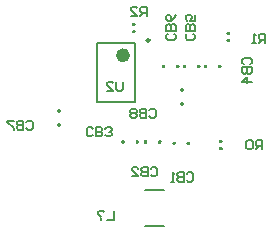
<source format=gbo>
G04 Layer_Color=32896*
%FSLAX25Y25*%
%MOIN*%
G70*
G01*
G75*
%ADD23C,0.01181*%
%ADD24C,0.00984*%
%ADD25C,0.02362*%
%ADD26C,0.00787*%
%ADD27C,0.00591*%
D23*
X80256Y74842D02*
G03*
X80248Y74819I32J-23D01*
G01*
X80216Y77204D02*
G03*
X80209Y77181I32J-23D01*
G01*
X80216Y77204D02*
G03*
X80209Y77181I32J-23D01*
G01*
X77759Y38842D02*
G03*
X77752Y38819I32J-23D01*
G01*
X77720Y41204D02*
G03*
X77713Y41181I32J-23D01*
G01*
X77720Y41204D02*
G03*
X77713Y41181I32J-23D01*
G01*
X48744Y80158D02*
G03*
X48752Y80181I-32J23D01*
G01*
X48784Y77796D02*
G03*
X48791Y77819I-32J23D01*
G01*
X48784Y77796D02*
G03*
X48791Y77819I-32J23D01*
G01*
X23799Y46638D02*
G03*
X23799Y46638I-39J0D01*
G01*
Y51362D02*
G03*
X23799Y51362I-39J0D01*
G01*
X63402Y66240D02*
G03*
X63402Y66240I-39J0D01*
G01*
X58677D02*
G03*
X58677Y66240I-39J0D01*
G01*
X70402D02*
G03*
X70402Y66240I-39J0D01*
G01*
X65677D02*
G03*
X65677Y66240I-39J0D01*
G01*
X49902Y41000D02*
G03*
X49902Y41000I-39J0D01*
G01*
X45177D02*
G03*
X45177Y41000I-39J0D01*
G01*
X57402D02*
G03*
X57402Y41000I-39J0D01*
G01*
X52677D02*
G03*
X52677Y41000I-39J0D01*
G01*
X66902Y40500D02*
G03*
X66902Y40500I-39J0D01*
G01*
X62177D02*
G03*
X62177Y40500I-39J0D01*
G01*
X64799Y53638D02*
G03*
X64799Y53638I-39J0D01*
G01*
Y58362D02*
G03*
X64799Y58362I-39J0D01*
G01*
X77402Y66240D02*
G03*
X77402Y66240I-39J0D01*
G01*
X72677D02*
G03*
X72677Y66240I-39J0D01*
G01*
D24*
X53992Y74847D02*
G03*
X53992Y74847I-492J0D01*
G01*
D25*
X46315Y69906D02*
G03*
X46315Y69906I-1181J0D01*
G01*
D26*
X52370Y12898D02*
X58669D01*
X52370Y25102D02*
X58669D01*
X36472Y54158D02*
X49071D01*
X36472Y73843D02*
X49071D01*
X36472Y54158D02*
Y73843D01*
X49071Y54158D02*
Y73843D01*
D27*
X92500Y74000D02*
Y77149D01*
X90926D01*
X90401Y76624D01*
Y75574D01*
X90926Y75050D01*
X92500D01*
X91451D02*
X90401Y74000D01*
X89351D02*
X88302D01*
X88827D01*
Y77149D01*
X89351Y76624D01*
X91500Y38500D02*
Y41649D01*
X89926D01*
X89401Y41124D01*
Y40074D01*
X89926Y39549D01*
X91500D01*
X90451D02*
X89401Y38500D01*
X88351Y41124D02*
X87827Y41649D01*
X86777D01*
X86252Y41124D01*
Y39025D01*
X86777Y38500D01*
X87827D01*
X88351Y39025D01*
Y41124D01*
X53000Y83000D02*
Y86149D01*
X51426D01*
X50901Y85624D01*
Y84574D01*
X51426Y84049D01*
X53000D01*
X51951D02*
X50901Y83000D01*
X47752D02*
X49851D01*
X47752Y85099D01*
Y85624D01*
X48277Y86149D01*
X49327D01*
X49851Y85624D01*
X12901Y47624D02*
X13426Y48149D01*
X14475D01*
X15000Y47624D01*
Y45525D01*
X14475Y45000D01*
X13426D01*
X12901Y45525D01*
X11851Y48149D02*
Y45000D01*
X10277D01*
X9752Y45525D01*
Y46049D01*
X10277Y46574D01*
X11851D01*
X10277D01*
X9752Y47099D01*
Y47624D01*
X10277Y48149D01*
X11851D01*
X8703D02*
X6604D01*
Y47624D01*
X8703Y45525D01*
Y45000D01*
X42000Y18149D02*
Y15000D01*
X39901D01*
X38851Y17624D02*
X38327Y18149D01*
X37277D01*
X36752Y17624D01*
Y17099D01*
X37802Y16049D01*
Y15525D02*
Y15000D01*
X62124Y77099D02*
X62649Y76574D01*
Y75525D01*
X62124Y75000D01*
X60025D01*
X59500Y75525D01*
Y76574D01*
X60025Y77099D01*
X62649Y78149D02*
X59500D01*
Y79723D01*
X60025Y80248D01*
X60549D01*
X61074Y79723D01*
Y78149D01*
Y79723D01*
X61599Y80248D01*
X62124D01*
X62649Y79723D01*
Y78149D01*
Y83396D02*
X62124Y82347D01*
X61074Y81297D01*
X60025D01*
X59500Y81822D01*
Y82872D01*
X60025Y83396D01*
X60549D01*
X61074Y82872D01*
Y81297D01*
X68624Y77099D02*
X69149Y76574D01*
Y75525D01*
X68624Y75000D01*
X66525D01*
X66000Y75525D01*
Y76574D01*
X66525Y77099D01*
X69149Y78149D02*
X66000D01*
Y79723D01*
X66525Y80248D01*
X67049D01*
X67574Y79723D01*
Y78149D01*
Y79723D01*
X68099Y80248D01*
X68624D01*
X69149Y79723D01*
Y78149D01*
Y83396D02*
Y81297D01*
X67574D01*
X68099Y82347D01*
Y82872D01*
X67574Y83396D01*
X66525D01*
X66000Y82872D01*
Y81822D01*
X66525Y81297D01*
X35099Y43376D02*
X34574Y42851D01*
X33525D01*
X33000Y43376D01*
Y45475D01*
X33525Y46000D01*
X34574D01*
X35099Y45475D01*
X36149Y42851D02*
Y46000D01*
X37723D01*
X38248Y45475D01*
Y44951D01*
X37723Y44426D01*
X36149D01*
X37723D01*
X38248Y43901D01*
Y43376D01*
X37723Y42851D01*
X36149D01*
X39297Y43376D02*
X39822Y42851D01*
X40872D01*
X41396Y43376D01*
Y43901D01*
X40872Y44426D01*
X40347D01*
X40872D01*
X41396Y44951D01*
Y45475D01*
X40872Y46000D01*
X39822D01*
X39297Y45475D01*
X54401Y32124D02*
X54926Y32649D01*
X55975D01*
X56500Y32124D01*
Y30025D01*
X55975Y29500D01*
X54926D01*
X54401Y30025D01*
X53351Y32649D02*
Y29500D01*
X51777D01*
X51252Y30025D01*
Y30549D01*
X51777Y31074D01*
X53351D01*
X51777D01*
X51252Y31599D01*
Y32124D01*
X51777Y32649D01*
X53351D01*
X48104Y29500D02*
X50203D01*
X48104Y31599D01*
Y32124D01*
X48629Y32649D01*
X49678D01*
X50203Y32124D01*
X66401Y30364D02*
X66926Y30889D01*
X67975D01*
X68500Y30364D01*
Y28265D01*
X67975Y27740D01*
X66926D01*
X66401Y28265D01*
X65351Y30889D02*
Y27740D01*
X63777D01*
X63252Y28265D01*
Y28790D01*
X63777Y29315D01*
X65351D01*
X63777D01*
X63252Y29839D01*
Y30364D01*
X63777Y30889D01*
X65351D01*
X62203Y27740D02*
X61153D01*
X61678D01*
Y30889D01*
X62203Y30364D01*
X53901Y51624D02*
X54426Y52149D01*
X55475D01*
X56000Y51624D01*
Y49525D01*
X55475Y49000D01*
X54426D01*
X53901Y49525D01*
X52851Y52149D02*
Y49000D01*
X51277D01*
X50752Y49525D01*
Y50050D01*
X51277Y50574D01*
X52851D01*
X51277D01*
X50752Y51099D01*
Y51624D01*
X51277Y52149D01*
X52851D01*
X49703Y51624D02*
X49178Y52149D01*
X48129D01*
X47604Y51624D01*
Y51099D01*
X48129Y50574D01*
X47604Y50050D01*
Y49525D01*
X48129Y49000D01*
X49178D01*
X49703Y49525D01*
Y50050D01*
X49178Y50574D01*
X49703Y51099D01*
Y51624D01*
X49178Y50574D02*
X48129D01*
X85376Y66901D02*
X84851Y67426D01*
Y68475D01*
X85376Y69000D01*
X87475D01*
X88000Y68475D01*
Y67426D01*
X87475Y66901D01*
X84851Y65851D02*
X88000D01*
Y64277D01*
X87475Y63752D01*
X86950D01*
X86426Y64277D01*
Y65851D01*
Y64277D01*
X85901Y63752D01*
X85376D01*
X84851Y64277D01*
Y65851D01*
X88000Y61128D02*
X84851D01*
X86426Y62703D01*
Y60604D01*
X45000Y61149D02*
Y58525D01*
X44475Y58000D01*
X43426D01*
X42901Y58525D01*
Y61149D01*
X39752Y58000D02*
X41851D01*
X39752Y60099D01*
Y60624D01*
X40277Y61149D01*
X41327D01*
X41851Y60624D01*
M02*

</source>
